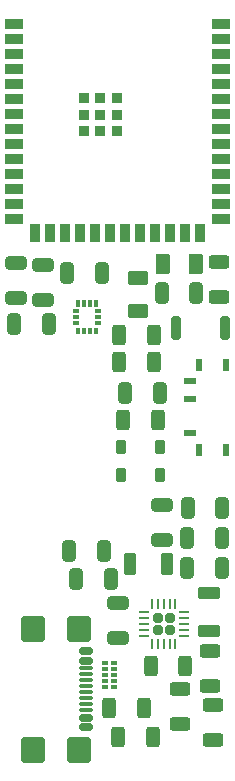
<source format=gbr>
%TF.GenerationSoftware,KiCad,Pcbnew,8.0.5*%
%TF.CreationDate,2024-09-18T17:55:33-04:00*%
%TF.ProjectId,cadence sensor,63616465-6e63-4652-9073-656e736f722e,rev?*%
%TF.SameCoordinates,Original*%
%TF.FileFunction,Paste,Top*%
%TF.FilePolarity,Positive*%
%FSLAX46Y46*%
G04 Gerber Fmt 4.6, Leading zero omitted, Abs format (unit mm)*
G04 Created by KiCad (PCBNEW 8.0.5) date 2024-09-18 17:55:33*
%MOMM*%
%LPD*%
G01*
G04 APERTURE LIST*
G04 Aperture macros list*
%AMRoundRect*
0 Rectangle with rounded corners*
0 $1 Rounding radius*
0 $2 $3 $4 $5 $6 $7 $8 $9 X,Y pos of 4 corners*
0 Add a 4 corners polygon primitive as box body*
4,1,4,$2,$3,$4,$5,$6,$7,$8,$9,$2,$3,0*
0 Add four circle primitives for the rounded corners*
1,1,$1+$1,$2,$3*
1,1,$1+$1,$4,$5*
1,1,$1+$1,$6,$7*
1,1,$1+$1,$8,$9*
0 Add four rect primitives between the rounded corners*
20,1,$1+$1,$2,$3,$4,$5,0*
20,1,$1+$1,$4,$5,$6,$7,0*
20,1,$1+$1,$6,$7,$8,$9,0*
20,1,$1+$1,$8,$9,$2,$3,0*%
G04 Aperture macros list end*
%ADD10C,0.010000*%
%ADD11RoundRect,0.250000X0.625000X-0.375000X0.625000X0.375000X-0.625000X0.375000X-0.625000X-0.375000X0*%
%ADD12RoundRect,0.250000X-0.375000X-0.625000X0.375000X-0.625000X0.375000X0.625000X-0.375000X0.625000X0*%
%ADD13RoundRect,0.250000X0.625000X-0.312500X0.625000X0.312500X-0.625000X0.312500X-0.625000X-0.312500X0*%
%ADD14RoundRect,0.250000X-0.700000X0.275000X-0.700000X-0.275000X0.700000X-0.275000X0.700000X0.275000X0*%
%ADD15RoundRect,0.200000X-0.200000X-0.800000X0.200000X-0.800000X0.200000X0.800000X-0.200000X0.800000X0*%
%ADD16RoundRect,0.250000X0.650000X-0.325000X0.650000X0.325000X-0.650000X0.325000X-0.650000X-0.325000X0*%
%ADD17RoundRect,0.250000X-0.325000X-0.650000X0.325000X-0.650000X0.325000X0.650000X-0.325000X0.650000X0*%
%ADD18RoundRect,0.250000X0.312500X0.625000X-0.312500X0.625000X-0.312500X-0.625000X0.312500X-0.625000X0*%
%ADD19R,0.600000X1.000000*%
%ADD20R,0.600000X1.100000*%
%ADD21R,1.000000X0.600000*%
%ADD22RoundRect,0.225000X0.225000X0.375000X-0.225000X0.375000X-0.225000X-0.375000X0.225000X-0.375000X0*%
%ADD23RoundRect,0.250000X-0.625000X0.312500X-0.625000X-0.312500X0.625000X-0.312500X0.625000X0.312500X0*%
%ADD24RoundRect,0.250000X-0.312500X-0.625000X0.312500X-0.625000X0.312500X0.625000X-0.312500X0.625000X0*%
%ADD25RoundRect,0.250000X0.325000X0.650000X-0.325000X0.650000X-0.325000X-0.650000X0.325000X-0.650000X0*%
%ADD26RoundRect,0.250000X-0.275000X-0.700000X0.275000X-0.700000X0.275000X0.700000X-0.275000X0.700000X0*%
%ADD27RoundRect,0.150000X-0.425000X0.150000X-0.425000X-0.150000X0.425000X-0.150000X0.425000X0.150000X0*%
%ADD28RoundRect,0.075000X-0.500000X0.075000X-0.500000X-0.075000X0.500000X-0.075000X0.500000X0.075000X0*%
%ADD29RoundRect,0.250000X-0.750000X0.840000X-0.750000X-0.840000X0.750000X-0.840000X0.750000X0.840000X0*%
%ADD30R,1.500000X0.900000*%
%ADD31R,0.900000X1.500000*%
%ADD32R,0.900000X0.900000*%
%ADD33RoundRect,0.202500X-0.202500X-0.202500X0.202500X-0.202500X0.202500X0.202500X-0.202500X0.202500X0*%
%ADD34RoundRect,0.062500X-0.375000X-0.062500X0.375000X-0.062500X0.375000X0.062500X-0.375000X0.062500X0*%
%ADD35RoundRect,0.062500X-0.062500X-0.375000X0.062500X-0.375000X0.062500X0.375000X-0.062500X0.375000X0*%
%ADD36RoundRect,0.075000X0.200000X-0.075000X0.200000X0.075000X-0.200000X0.075000X-0.200000X-0.075000X0*%
G04 APERTURE END LIST*
D10*
%TO.C,MT1*%
X46662500Y-70881500D02*
X46212500Y-70881500D01*
X46212500Y-70643500D01*
X46662500Y-70643500D01*
X46662500Y-70881500D01*
G36*
X46662500Y-70881500D02*
G01*
X46212500Y-70881500D01*
X46212500Y-70643500D01*
X46662500Y-70643500D01*
X46662500Y-70881500D01*
G37*
X46662500Y-71381500D02*
X46212500Y-71381500D01*
X46212500Y-71143500D01*
X46662500Y-71143500D01*
X46662500Y-71381500D01*
G36*
X46662500Y-71381500D02*
G01*
X46212500Y-71381500D01*
X46212500Y-71143500D01*
X46662500Y-71143500D01*
X46662500Y-71381500D01*
G37*
X46662500Y-71881500D02*
X46212500Y-71881500D01*
X46212500Y-71643500D01*
X46662500Y-71643500D01*
X46662500Y-71881500D01*
G36*
X46662500Y-71881500D02*
G01*
X46212500Y-71881500D01*
X46212500Y-71643500D01*
X46662500Y-71643500D01*
X46662500Y-71881500D01*
G37*
X46719000Y-70325000D02*
X46481000Y-70325000D01*
X46481000Y-69875000D01*
X46719000Y-69875000D01*
X46719000Y-70325000D01*
G36*
X46719000Y-70325000D02*
G01*
X46481000Y-70325000D01*
X46481000Y-69875000D01*
X46719000Y-69875000D01*
X46719000Y-70325000D01*
G37*
X46719000Y-72650000D02*
X46481000Y-72650000D01*
X46481000Y-72200000D01*
X46719000Y-72200000D01*
X46719000Y-72650000D01*
G36*
X46719000Y-72650000D02*
G01*
X46481000Y-72650000D01*
X46481000Y-72200000D01*
X46719000Y-72200000D01*
X46719000Y-72650000D01*
G37*
X47219000Y-70325000D02*
X46981000Y-70325000D01*
X46981000Y-69875000D01*
X47219000Y-69875000D01*
X47219000Y-70325000D01*
G36*
X47219000Y-70325000D02*
G01*
X46981000Y-70325000D01*
X46981000Y-69875000D01*
X47219000Y-69875000D01*
X47219000Y-70325000D01*
G37*
X47219000Y-72650000D02*
X46981000Y-72650000D01*
X46981000Y-72200000D01*
X47219000Y-72200000D01*
X47219000Y-72650000D01*
G36*
X47219000Y-72650000D02*
G01*
X46981000Y-72650000D01*
X46981000Y-72200000D01*
X47219000Y-72200000D01*
X47219000Y-72650000D01*
G37*
X47719000Y-70325000D02*
X47481000Y-70325000D01*
X47481000Y-69875000D01*
X47719000Y-69875000D01*
X47719000Y-70325000D01*
G36*
X47719000Y-70325000D02*
G01*
X47481000Y-70325000D01*
X47481000Y-69875000D01*
X47719000Y-69875000D01*
X47719000Y-70325000D01*
G37*
X47719000Y-72650000D02*
X47481000Y-72650000D01*
X47481000Y-72200000D01*
X47719000Y-72200000D01*
X47719000Y-72650000D01*
G36*
X47719000Y-72650000D02*
G01*
X47481000Y-72650000D01*
X47481000Y-72200000D01*
X47719000Y-72200000D01*
X47719000Y-72650000D01*
G37*
X48219000Y-70325000D02*
X47981000Y-70325000D01*
X47981000Y-69875000D01*
X48219000Y-69875000D01*
X48219000Y-70325000D01*
G36*
X48219000Y-70325000D02*
G01*
X47981000Y-70325000D01*
X47981000Y-69875000D01*
X48219000Y-69875000D01*
X48219000Y-70325000D01*
G37*
X48219000Y-72650000D02*
X47981000Y-72650000D01*
X47981000Y-72200000D01*
X48219000Y-72200000D01*
X48219000Y-72650000D01*
G36*
X48219000Y-72650000D02*
G01*
X47981000Y-72650000D01*
X47981000Y-72200000D01*
X48219000Y-72200000D01*
X48219000Y-72650000D01*
G37*
X48487500Y-70881500D02*
X48037500Y-70881500D01*
X48037500Y-70643500D01*
X48487500Y-70643500D01*
X48487500Y-70881500D01*
G36*
X48487500Y-70881500D02*
G01*
X48037500Y-70881500D01*
X48037500Y-70643500D01*
X48487500Y-70643500D01*
X48487500Y-70881500D01*
G37*
X48487500Y-71381500D02*
X48037500Y-71381500D01*
X48037500Y-71143500D01*
X48487500Y-71143500D01*
X48487500Y-71381500D01*
G36*
X48487500Y-71381500D02*
G01*
X48037500Y-71381500D01*
X48037500Y-71143500D01*
X48487500Y-71143500D01*
X48487500Y-71381500D01*
G37*
X48487500Y-71881500D02*
X48037500Y-71881500D01*
X48037500Y-71643500D01*
X48487500Y-71643500D01*
X48487500Y-71881500D01*
G36*
X48487500Y-71881500D02*
G01*
X48037500Y-71881500D01*
X48037500Y-71643500D01*
X48487500Y-71643500D01*
X48487500Y-71881500D01*
G37*
%TD*%
D11*
%TO.C,D4*%
X51700000Y-70770000D03*
X51700000Y-67970000D03*
%TD*%
D12*
%TO.C,D3*%
X53800000Y-66770000D03*
X56600000Y-66770000D03*
%TD*%
D13*
%TO.C,ROUT1*%
X58050000Y-107100000D03*
X58050000Y-104175000D03*
%TD*%
D14*
%TO.C,L3*%
X57750000Y-94685000D03*
X57750000Y-97835000D03*
%TD*%
D15*
%TO.C,SW1*%
X54900000Y-72200000D03*
X59100000Y-72200000D03*
%TD*%
D16*
%TO.C,C5*%
X43700000Y-69865000D03*
X43700000Y-66915000D03*
%TD*%
D17*
%TO.C,C10*%
X45725000Y-67600000D03*
X48675000Y-67600000D03*
%TD*%
%TO.C,C1*%
X55900000Y-87500000D03*
X58850000Y-87500000D03*
%TD*%
D18*
%TO.C,ROV2*%
X55712500Y-100825000D03*
X52787500Y-100825000D03*
%TD*%
%TO.C,R6*%
X53362500Y-80000000D03*
X50437500Y-80000000D03*
%TD*%
D19*
%TO.C,SW2*%
X59143000Y-82550000D03*
D20*
X59143000Y-75350000D03*
X56857000Y-82550000D03*
D19*
X56857000Y-75350000D03*
D21*
X56150000Y-81150000D03*
X56150000Y-78250000D03*
X56150000Y-76750000D03*
%TD*%
D22*
%TO.C,D7*%
X53550000Y-82300000D03*
X50250000Y-82300000D03*
%TD*%
D23*
%TO.C,ROV1*%
X55250000Y-102825000D03*
X55250000Y-105750000D03*
%TD*%
D17*
%TO.C,C12*%
X45875000Y-91100000D03*
X48825000Y-91100000D03*
%TD*%
D16*
%TO.C,C3*%
X41400000Y-69655000D03*
X41400000Y-66705000D03*
%TD*%
D24*
%TO.C,R5*%
X50137500Y-75100000D03*
X53062500Y-75100000D03*
%TD*%
D18*
%TO.C,R7*%
X53062500Y-72800000D03*
X50137500Y-72800000D03*
%TD*%
D16*
%TO.C,C8*%
X53737500Y-90175000D03*
X53737500Y-87225000D03*
%TD*%
D25*
%TO.C,C4*%
X44200000Y-71905000D03*
X41250000Y-71905000D03*
%TD*%
%TO.C,C15*%
X58825000Y-92500000D03*
X55875000Y-92500000D03*
%TD*%
D13*
%TO.C,R8*%
X58600000Y-69595000D03*
X58600000Y-66670000D03*
%TD*%
D24*
%TO.C,R9*%
X50037500Y-106810000D03*
X52962500Y-106810000D03*
%TD*%
D25*
%TO.C,C9*%
X53575000Y-77700000D03*
X50625000Y-77700000D03*
%TD*%
D26*
%TO.C,L2*%
X51025000Y-92200000D03*
X54175000Y-92200000D03*
%TD*%
D22*
%TO.C,D5*%
X53550000Y-84650000D03*
X50250000Y-84650000D03*
%TD*%
D23*
%TO.C,ROUT2*%
X57800000Y-99600000D03*
X57800000Y-102525000D03*
%TD*%
D27*
%TO.C,J1*%
X47325000Y-99600000D03*
X47325000Y-100400000D03*
D28*
X47325000Y-101550000D03*
X47325000Y-102550000D03*
X47325000Y-103050000D03*
X47325000Y-104050000D03*
D27*
X47325000Y-105200000D03*
X47325000Y-106000000D03*
X47325000Y-106000000D03*
X47325000Y-105200000D03*
D28*
X47325000Y-104550000D03*
X47325000Y-103550000D03*
X47325000Y-102050000D03*
X47325000Y-101050000D03*
D27*
X47325000Y-100400000D03*
X47325000Y-99600000D03*
D29*
X46750000Y-97690000D03*
X42820000Y-97690000D03*
X46750000Y-107910000D03*
X42820000Y-107910000D03*
%TD*%
D30*
%TO.C,U1*%
X41250000Y-46450000D03*
X41250000Y-47720000D03*
X41250000Y-48990000D03*
X41250000Y-50260000D03*
X41250000Y-51530000D03*
X41250000Y-52800000D03*
X41250000Y-54070000D03*
X41250000Y-55340000D03*
X41250000Y-56610000D03*
X41250000Y-57880000D03*
X41250000Y-59150000D03*
X41250000Y-60420000D03*
X41250000Y-61690000D03*
X41250000Y-62960000D03*
D31*
X43015000Y-64210000D03*
X44285000Y-64210000D03*
X45555000Y-64210000D03*
X46825000Y-64210000D03*
X48095000Y-64210000D03*
X49365000Y-64210000D03*
X50635000Y-64210000D03*
X51905000Y-64210000D03*
X53175000Y-64210000D03*
X54445000Y-64210000D03*
X55715000Y-64210000D03*
X56985000Y-64210000D03*
D30*
X58750000Y-62960000D03*
X58750000Y-61690000D03*
X58750000Y-60420000D03*
X58750000Y-59150000D03*
X58750000Y-57880000D03*
X58750000Y-56610000D03*
X58750000Y-55340000D03*
X58750000Y-54070000D03*
X58750000Y-52800000D03*
X58750000Y-51530000D03*
X58750000Y-50260000D03*
X58750000Y-48990000D03*
X58750000Y-47720000D03*
X58750000Y-46450000D03*
D32*
X48500000Y-54170000D03*
X47100000Y-54170000D03*
X49900000Y-54170000D03*
X47100000Y-55570000D03*
X48500000Y-55570000D03*
X49900000Y-55570000D03*
X47100000Y-52770000D03*
X48500000Y-52770000D03*
X49900000Y-52770000D03*
%TD*%
D17*
%TO.C,C11*%
X46450000Y-93500000D03*
X49400000Y-93500000D03*
%TD*%
D25*
%TO.C,C2*%
X56650000Y-69300000D03*
X53700000Y-69300000D03*
%TD*%
%TO.C,C14*%
X58825000Y-90000000D03*
X55875000Y-90000000D03*
%TD*%
D16*
%TO.C,C13*%
X50000000Y-98485000D03*
X50000000Y-95535000D03*
%TD*%
D33*
%TO.C,U7*%
X53381250Y-96800000D03*
X53381250Y-97800000D03*
X54381250Y-96800000D03*
X54381250Y-97800000D03*
D34*
X52193750Y-96300000D03*
X52193750Y-96800000D03*
X52193750Y-97300000D03*
X52193750Y-97800000D03*
X52193750Y-98300000D03*
D35*
X52881250Y-98987500D03*
X53381250Y-98987500D03*
X53881250Y-98987500D03*
X54381250Y-98987500D03*
X54881250Y-98987500D03*
D34*
X55568750Y-98300000D03*
X55568750Y-97800000D03*
X55568750Y-97300000D03*
X55568750Y-96800000D03*
X55568750Y-96300000D03*
D35*
X54881250Y-95612500D03*
X54381250Y-95612500D03*
X53881250Y-95612500D03*
X53381250Y-95612500D03*
X52881250Y-95612500D03*
%TD*%
D36*
%TO.C,U2*%
X49700000Y-102600000D03*
X49700000Y-102100000D03*
X49700000Y-101600000D03*
X49700000Y-101100000D03*
X49700000Y-100600000D03*
X48930000Y-100600000D03*
X48930000Y-101100000D03*
X48930000Y-101600000D03*
X48930000Y-102100000D03*
X48930000Y-102600000D03*
%TD*%
D24*
%TO.C,R4*%
X49250000Y-104410000D03*
X52175000Y-104410000D03*
%TD*%
M02*

</source>
